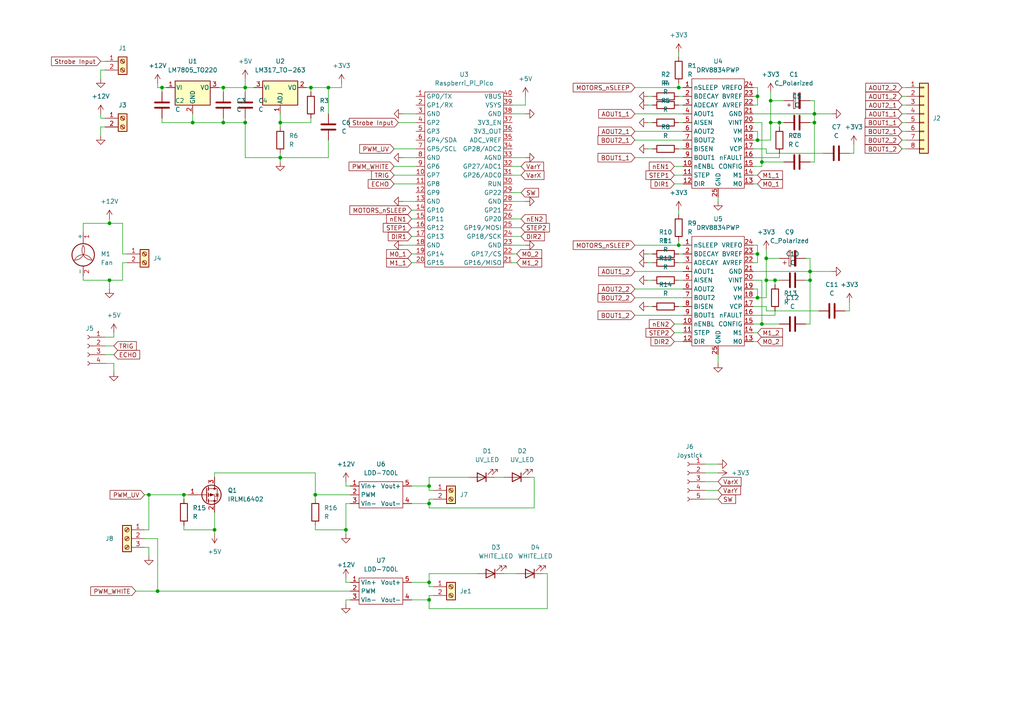
<source format=kicad_sch>
(kicad_sch (version 20211123) (generator eeschema)
  (paper "A4")
  (lib_symbols
    (symbol "Connector:Conn_01x04_Female" (pin_names (offset 1.016) hide)
      (property "Reference" "J" (at 0 5.08 0))
      (property "Value" "Conn_01x04_Female" (at 0 -7.62 0))
      (symbol "Conn_01x04_Female_1_1"
        (pin passive line (at -5.08 2.54 0) (length 3.81) (name "Pin_1") (number "1"))
        (pin passive line (at -5.08 0 0) (length 3.81) (name "Pin_2") (number "2"))
        (pin passive line (at -5.08 -2.54 0) (length 3.81) (name "Pin_3") (number "3"))
        (pin passive line (at -5.08 -5.08 0) (length 3.81) (name "Pin_4") (number "4"))
      )
    )
    (symbol "Connector:Conn_01x05_Female" (pin_names (offset 1.016) hide)
      (property "Reference" "J" (at 0 7.62 0))
      (property "Value" "Conn_01x05_Female" (at 0 -7.62 0))
      (symbol "Conn_01x05_Female_1_1"
        (pin passive line (at -5.08 5.08 0) (length 3.81) (name "Pin_1") (number "1"))
        (pin passive line (at -5.08 2.54 0) (length 3.81) (name "Pin_2") (number "2"))
        (pin passive line (at -5.08 0 0) (length 3.81) (name "Pin_3") (number "3"))
        (pin passive line (at -5.08 -2.54 0) (length 3.81) (name "Pin_4") (number "4"))
        (pin passive line (at -5.08 -5.08 0) (length 3.81) (name "Pin_5") (number "5"))
      )
    )
    (symbol "Connector:Screw_Terminal_01x02" (pin_names (offset 1.016) hide)
      (property "Reference" "J" (at 0 2.54 0))
      (property "Value" "Screw_Terminal_01x02" (at 0 -5.08 0))
      (symbol "Screw_Terminal_01x02_1_1"
        (pin passive line (at -5.08 0 0) (length 3.81) (name "Pin_1") (number "1"))
        (pin passive line (at -5.08 -2.54 0) (length 3.81) (name "Pin_2") (number "2"))
      )
    )
    (symbol "Connector:Screw_Terminal_01x03" (pin_names (offset 1.016) hide)
      (property "Reference" "J" (at 0 5.08 0))
      (property "Value" "Screw_Terminal_01x03" (at 0 -5.08 0))
      (symbol "Screw_Terminal_01x03_1_1"
        (pin passive line (at -5.08 2.54 0) (length 3.81) (name "Pin_1") (number "1"))
        (pin passive line (at -5.08 0 0) (length 3.81) (name "Pin_2") (number "2"))
        (pin passive line (at -5.08 -2.54 0) (length 3.81) (name "Pin_3") (number "3"))
      )
    )
    (symbol "Connector_Generic:Conn_01x08" (pin_names (offset 1.016) hide)
      (property "Reference" "J" (at 0 10.16 0))
      (property "Value" "Conn_01x08" (at 0 -12.7 0))
      (symbol "Conn_01x08_1_1"
        (pin passive line (at -5.08 7.62 0) (length 3.81) (name "Pin_1") (number "1"))
        (pin passive line (at -5.08 5.08 0) (length 3.81) (name "Pin_2") (number "2"))
        (pin passive line (at -5.08 2.54 0) (length 3.81) (name "Pin_3") (number "3"))
        (pin passive line (at -5.08 0 0) (length 3.81) (name "Pin_4") (number "4"))
        (pin passive line (at -5.08 -2.54 0) (length 3.81) (name "Pin_5") (number "5"))
        (pin passive line (at -5.08 -5.08 0) (length 3.81) (name "Pin_6") (number "6"))
        (pin passive line (at -5.08 -7.62 0) (length 3.81) (name "Pin_7") (number "7"))
        (pin passive line (at -5.08 -10.16 0) (length 3.81) (name "Pin_8") (number "8"))
      )
    )
    (symbol "Device:C" (pin_numbers hide) (pin_names (offset 0.254))
      (property "Reference" "C" (at 0.635 2.54 0))
      (property "Value" "C" (at 0.635 -2.54 0))
      (symbol "C_1_1"
        (pin passive line (at 0 3.81 270) (length 2.794) (name "~") (number "1"))
        (pin passive line (at 0 -3.81 90) (length 2.794) (name "~") (number "2"))
      )
    )
    (symbol "Device:C_Polarized" (pin_numbers hide) (pin_names (offset 0.254))
      (property "Reference" "C" (at 0.635 2.54 0))
      (property "Value" "C_Polarized" (at 0.635 -2.54 0))
      (symbol "C_Polarized_1_1"
        (pin passive line (at 0 3.81 270) (length 2.794) (name "~") (number "1"))
        (pin passive line (at 0 -3.81 90) (length 2.794) (name "~") (number "2"))
      )
    )
    (symbol "Device:LED" (pin_numbers hide) (pin_names (offset 1.016) hide)
      (property "Reference" "D" (at 0 2.54 0))
      (property "Value" "LED" (at 0 -2.54 0))
      (symbol "LED_1_1"
        (pin passive line (at -3.81 0 0) (length 2.54) (name "K") (number "1"))
        (pin passive line (at 3.81 0 180) (length 2.54) (name "A") (number "2"))
      )
    )
    (symbol "Device:R" (pin_numbers hide) (pin_names (offset 0))
      (property "Reference" "R" (at 2.032 0 90))
      (property "Value" "R" (at 0 0 90))
      (symbol "R_1_1"
        (pin passive line (at 0 3.81 270) (length 1.27) (name "~") (number "1"))
        (pin passive line (at 0 -3.81 90) (length 1.27) (name "~") (number "2"))
      )
    )
    (symbol "Motor:Fan" (pin_names (offset 0))
      (property "Reference" "M" (at 2.54 5.08 0))
      (property "Value" "Fan" (at 2.54 -2.54 0))
      (symbol "Fan_1_1"
        (pin passive line (at 0 7.62 270) (length 2.54) (name "+") (number "1"))
        (pin passive line (at 0 -5.08 90) (length 2.54) (name "-") (number "2"))
      )
    )
    (symbol "Regulator_Linear:LM317_TO-263" (pin_names (offset 0.254))
      (property "Reference" "U" (at -3.81 3.175 0))
      (property "Value" "LM317_TO-263" (at 0 3.175 0))
      (symbol "LM317_TO-263_1_1"
        (pin input line (at 0 -7.62 90) (length 2.54) (name "ADJ") (number "1"))
        (pin power_out line (at 7.62 0 180) (length 2.54) (name "VO") (number "2"))
        (pin power_in line (at -7.62 0 0) (length 2.54) (name "VI") (number "3"))
      )
    )
    (symbol "Regulator_Linear:LM7805_TO220" (pin_names (offset 0.254))
      (property "Reference" "U" (at -3.81 3.175 0))
      (property "Value" "LM7805_TO220" (at 0 3.175 0))
      (symbol "LM7805_TO220_1_1"
        (pin power_in line (at -7.62 0 0) (length 2.54) (name "VI") (number "1"))
        (pin power_in line (at 0 -7.62 90) (length 2.54) (name "GND") (number "2"))
        (pin power_out line (at 7.62 0 180) (length 2.54) (name "VO") (number "3"))
      )
    )
    (symbol "Shield_Emergent:DRV8834PWP"
      (property "Reference" "U" (at 0 17.78 0))
      (property "Value" "DRV8834PWP" (at 0 20.32 0))
      (symbol "DRV8834PWP_1_1"
        (pin bidirectional line (at -10.16 13.97 0) (length 2.54) (name "nSLEEP") (number "1"))
        (pin bidirectional line (at -10.16 -8.89 0) (length 2.54) (name "nENBL") (number "10"))
        (pin bidirectional line (at -10.16 -11.43 0) (length 2.54) (name "STEP") (number "11"))
        (pin bidirectional line (at -10.16 -13.97 0) (length 2.54) (name "DIR") (number "12"))
        (pin bidirectional line (at 10.16 -13.97 180) (length 2.54) (name "M0") (number "13"))
        (pin bidirectional line (at 10.16 -11.43 180) (length 2.54) (name "M1") (number "14"))
        (pin bidirectional line (at 10.16 -8.89 180) (length 2.54) (name "CONFIG") (number "15"))
        (pin open_collector line (at 10.16 -6.35 180) (length 2.54) (name "nFAULT") (number "16"))
        (pin bidirectional line (at 10.16 -3.81 180) (length 2.54) (name "VCP") (number "17"))
        (pin bidirectional line (at 10.16 -1.27 180) (length 2.54) (name "VM") (number "18"))
        (pin bidirectional line (at 10.16 1.27 180) (length 2.54) (name "VM") (number "19"))
        (pin bidirectional line (at -10.16 11.43 0) (length 2.54) (name "BDECAY") (number "2"))
        (pin bidirectional line (at 10.16 3.81 180) (length 2.54) (name "VINT") (number "20"))
        (pin bidirectional line (at 10.16 6.35 180) (length 2.54) (name "GND") (number "21"))
        (pin bidirectional line (at 10.16 8.89 180) (length 2.54) (name "AVREF") (number "22"))
        (pin bidirectional line (at 10.16 11.43 180) (length 2.54) (name "BVREF") (number "23"))
        (pin bidirectional line (at 10.16 13.97 180) (length 2.54) (name "VREFO") (number "24"))
        (pin power_in line (at 0 -17.78 90) (length 2.54) (name "GND") (number "25"))
        (pin bidirectional line (at -10.16 8.89 0) (length 2.54) (name "ADECAY") (number "3"))
        (pin bidirectional line (at -10.16 6.35 0) (length 2.54) (name "AOUT1") (number "4"))
        (pin bidirectional line (at -10.16 3.81 0) (length 2.54) (name "AISEN") (number "5"))
        (pin bidirectional line (at -10.16 1.27 0) (length 2.54) (name "AOUT2") (number "6"))
        (pin bidirectional line (at -10.16 -1.27 0) (length 2.54) (name "BOUT2") (number "7"))
        (pin bidirectional line (at -10.16 -3.81 0) (length 2.54) (name "BISEN") (number "8"))
        (pin bidirectional line (at -10.16 -6.35 0) (length 2.54) (name "BOUT1") (number "9"))
      )
    )
    (symbol "Shield_Emergent:LDD-700L"
      (property "Reference" "U" (at 0 5.08 0))
      (property "Value" "LDD-700L" (at 0 7.62 0))
      (symbol "LDD-700L_1_1"
        (pin input line (at -8.89 2.54 0) (length 2.54) (name "Vin+") (number "1"))
        (pin input line (at -8.89 0 0) (length 2.54) (name "PWM") (number "2"))
        (pin input line (at -8.89 -2.54 0) (length 2.54) (name "Vin-") (number "3"))
        (pin input line (at 8.89 -2.54 180) (length 2.54) (name "Vout-") (number "4"))
        (pin input line (at 8.89 2.54 180) (length 2.54) (name "Vout+") (number "5"))
      )
    )
    (symbol "Shield_Emergent:Raspberri_Pi_Pico"
      (property "Reference" "U" (at 0 13.97 0))
      (property "Value" "Raspberri_Pi_Pico" (at 0 16.51 0))
      (symbol "Raspberri_Pi_Pico_1_1"
        (pin output line (at -13.97 11.43 0) (length 2.54) (name "GP0/TX") (number "1"))
        (pin bidirectional line (at -13.97 -11.43 0) (length 2.54) (name "GP7") (number "10"))
        (pin bidirectional line (at -13.97 -13.97 0) (length 2.54) (name "GP8") (number "11"))
        (pin bidirectional line (at -13.97 -16.51 0) (length 2.54) (name "GP9") (number "12"))
        (pin power_in line (at -13.97 -19.05 0) (length 2.54) (name "GND") (number "13"))
        (pin bidirectional line (at -13.97 -21.59 0) (length 2.54) (name "GP10") (number "14"))
        (pin bidirectional line (at -13.97 -24.13 0) (length 2.54) (name "GP11") (number "15"))
        (pin bidirectional line (at -13.97 -26.67 0) (length 2.54) (name "GP12") (number "16"))
        (pin bidirectional line (at -13.97 -29.21 0) (length 2.54) (name "GP13") (number "17"))
        (pin power_in line (at -13.97 -31.75 0) (length 2.54) (name "GND") (number "18"))
        (pin bidirectional line (at -13.97 -34.29 0) (length 2.54) (name "GP14") (number "19"))
        (pin input line (at -13.97 8.89 0) (length 2.54) (name "GP1/RX") (number "2"))
        (pin bidirectional line (at -13.97 -36.83 0) (length 2.54) (name "GP15") (number "20"))
        (pin input line (at 13.97 -36.83 180) (length 2.54) (name "GP16/MISO") (number "21"))
        (pin output line (at 13.97 -34.29 180) (length 2.54) (name "GP17/CS") (number "22"))
        (pin power_in line (at 13.97 -31.75 180) (length 2.54) (name "GND") (number "23"))
        (pin bidirectional line (at 13.97 -29.21 180) (length 2.54) (name "GP18/SCK") (number "24"))
        (pin bidirectional line (at 13.97 -26.67 180) (length 2.54) (name "GP19/MOSI") (number "25"))
        (pin bidirectional line (at 13.97 -24.13 180) (length 2.54) (name "GP20") (number "26"))
        (pin bidirectional line (at 13.97 -21.59 180) (length 2.54) (name "GP21") (number "27"))
        (pin power_in line (at 13.97 -19.05 180) (length 2.54) (name "GND") (number "28"))
        (pin bidirectional line (at 13.97 -16.51 180) (length 2.54) (name "GP22") (number "29"))
        (pin power_in line (at -13.97 6.35 0) (length 2.54) (name "GND") (number "3"))
        (pin bidirectional line (at 13.97 -13.97 180) (length 2.54) (name "RUN") (number "30"))
        (pin input line (at 13.97 -11.43 180) (length 2.54) (name "GP26/ADC0") (number "31"))
        (pin input line (at 13.97 -8.89 180) (length 2.54) (name "GP27/ADC1") (number "32"))
        (pin power_in line (at 13.97 -6.35 180) (length 2.54) (name "AGND") (number "33"))
        (pin input line (at 13.97 -3.81 180) (length 2.54) (name "GP28/ADC2") (number "34"))
        (pin input line (at 13.97 -1.27 180) (length 2.54) (name "ADC_VREF") (number "35"))
        (pin power_out line (at 13.97 1.27 180) (length 2.54) (name "3V3_OUT") (number "36"))
        (pin input line (at 13.97 3.81 180) (length 2.54) (name "3V3_EN") (number "37"))
        (pin power_in line (at 13.97 6.35 180) (length 2.54) (name "GND") (number "38"))
        (pin power_in line (at 13.97 8.89 180) (length 2.54) (name "VSYS") (number "39"))
        (pin bidirectional line (at -13.97 3.81 0) (length 2.54) (name "GP2") (number "4"))
        (pin power_in line (at 13.97 11.43 180) (length 2.54) (name "VBUS") (number "40"))
        (pin bidirectional line (at -13.97 1.27 0) (length 2.54) (name "GP3") (number "5"))
        (pin bidirectional line (at -13.97 -1.27 0) (length 2.54) (name "GP4/SDA") (number "6"))
        (pin bidirectional line (at -13.97 -3.81 0) (length 2.54) (name "GP5/SCL") (number "7"))
        (pin power_in line (at -13.97 -6.35 0) (length 2.54) (name "GND") (number "8"))
        (pin bidirectional line (at -13.97 -8.89 0) (length 2.54) (name "GP6") (number "9"))
      )
    )
    (symbol "Transistor_FET:IRLML6402" (pin_names hide)
      (property "Reference" "Q" (at 5.08 1.905 0))
      (property "Value" "IRLML6402" (at 5.08 0 0))
      (symbol "IRLML6402_1_1"
        (pin input line (at -5.08 0 0) (length 2.54) (name "G") (number "1"))
        (pin passive line (at 2.54 -5.08 90) (length 2.54) (name "S") (number "2"))
        (pin passive line (at 2.54 5.08 270) (length 2.54) (name "D") (number "3"))
      )
    )
    (symbol "power:+12V" (power) (pin_names (offset 0))
      (property "Value" "+12V" (at 0 3.556 0))
      (symbol "+12V_1_1"
        (pin power_in line (at 0 0 90) (length 0) hide (name "+12V") (number "1"))
      )
    )
    (symbol "power:+3.3V" (power) (pin_names (offset 0))
      (property "Value" "+3.3V" (at 0 3.556 0))
      (symbol "+3.3V_1_1"
        (pin power_in line (at 0 0 90) (length 0) hide (name "+3V3") (number "1"))
      )
    )
    (symbol "power:+5V" (power) (pin_names (offset 0))
      (property "Value" "+5V" (at 0 3.556 0))
      (symbol "+5V_1_1"
        (pin power_in line (at 0 0 90) (length 0) hide (name "+5V") (number "1"))
      )
    )
    (symbol "power:GND" (power) (pin_names (offset 0))
      (property "Value" "GND" (at 0 -3.81 0))
      (symbol "GND_1_1"
        (pin power_in line (at 0 0 270) (length 0) hide (name "GND") (number "1"))
      )
    )
  )
  (junction (at 224.79 81.28))
  (junction (at 124.46 140.97))
  (junction (at 46.99 25.4))
  (junction (at 222.25 74.93))
  (junction (at 234.95 81.28))
  (junction (at 219.71 40.64))
  (junction (at 55.88 35.56))
  (junction (at 62.23 153.67))
  (junction (at 220.98 93.98))
  (junction (at 223.52 35.56))
  (junction (at 234.95 78.74))
  (junction (at 219.71 73.66))
  (junction (at 64.77 25.4))
  (junction (at 64.77 35.56))
  (junction (at 81.28 45.72))
  (junction (at 219.71 86.36))
  (junction (at 222.25 81.28))
  (junction (at 91.44 143.51))
  (junction (at 71.12 25.4))
  (junction (at 45.72 171.45))
  (junction (at 31.75 81.28))
  (junction (at 223.52 29.21))
  (junction (at 236.22 35.56))
  (junction (at 124.46 146.05))
  (junction (at 53.34 143.51))
  (junction (at 219.71 27.94))
  (junction (at 95.25 25.4))
  (junction (at 226.06 35.56))
  (junction (at 90.17 25.4))
  (junction (at 196.85 25.4))
  (junction (at 71.12 35.56))
  (junction (at 196.85 71.12))
  (junction (at 43.18 143.51))
  (junction (at 31.75 64.77))
  (junction (at 124.46 168.91))
  (junction (at 236.22 33.02))
  (junction (at 81.28 35.56))
  (junction (at 100.33 153.67))
  (junction (at 124.46 173.99))
  (junction (at 220.98 46.99))
  (wire (pts (xy 148.59 33.02) (xy 152.4 33.02)))
  (wire (pts (xy 218.44 88.9) (xy 222.25 88.9)))
  (wire (pts (xy 114.3 43.18) (xy 120.65 43.18)))
  (wire (pts (xy 219.71 38.1) (xy 219.71 40.64)))
  (wire (pts (xy 24.13 81.28) (xy 31.75 81.28)))
  (wire (pts (xy 218.44 30.48) (xy 219.71 30.48)))
  (wire (pts (xy 220.98 48.26) (xy 218.44 48.26)))
  (wire (pts (xy 119.38 76.2) (xy 120.65 76.2)))
  (wire (pts (xy 224.79 81.28) (xy 226.06 81.28)))
  (wire (pts (xy 124.46 173.99) (xy 124.46 176.53)))
  (wire (pts (xy 124.46 166.37) (xy 138.43 166.37)))
  (wire (pts (xy 223.52 26.67) (xy 223.52 29.21)))
  (wire (pts (xy 71.12 34.29) (xy 71.12 35.56)))
  (wire (pts (xy 55.88 35.56) (xy 64.77 35.56)))
  (wire (pts (xy 187.96 81.28) (xy 189.23 81.28)))
  (wire (pts (xy 95.25 45.72) (xy 81.28 45.72)))
  (wire (pts (xy 151.13 63.5) (xy 148.59 63.5)))
  (wire (pts (xy 90.17 25.4) (xy 90.17 26.67)))
  (wire (pts (xy 234.95 78.74) (xy 241.3 78.74)))
  (wire (pts (xy 218.44 25.4) (xy 219.71 25.4)))
  (wire (pts (xy 119.38 63.5) (xy 120.65 63.5)))
  (wire (pts (xy 64.77 25.4) (xy 71.12 25.4)))
  (wire (pts (xy 261.62 40.64) (xy 262.89 40.64)))
  (wire (pts (xy 196.85 35.56) (xy 198.12 35.56)))
  (wire (pts (xy 218.44 78.74) (xy 234.95 78.74)))
  (wire (pts (xy 119.38 168.91) (xy 124.46 168.91)))
  (wire (pts (xy 151.13 66.04) (xy 148.59 66.04)))
  (wire (pts (xy 148.59 30.48) (xy 152.4 30.48)))
  (wire (pts (xy 218.44 96.52) (xy 219.71 96.52)))
  (wire (pts (xy 208.28 102.87) (xy 208.28 105.41)))
  (wire (pts (xy 218.44 43.18) (xy 222.25 43.18)))
  (wire (pts (xy 261.62 25.4) (xy 262.89 25.4)))
  (wire (pts (xy 236.22 33.02) (xy 241.3 33.02)))
  (wire (pts (xy 31.75 63.5) (xy 31.75 64.77)))
  (wire (pts (xy 124.46 146.05) (xy 124.46 144.78)))
  (wire (pts (xy 222.25 74.93) (xy 226.06 74.93)))
  (wire (pts (xy 196.85 73.66) (xy 198.12 73.66)))
  (wire (pts (xy 124.46 168.91) (xy 124.46 170.18)))
  (wire (pts (xy 148.59 55.88) (xy 151.13 55.88)))
  (wire (pts (xy 29.21 20.32) (xy 29.21 22.86)))
  (wire (pts (xy 196.85 88.9) (xy 198.12 88.9)))
  (wire (pts (xy 95.25 25.4) (xy 90.17 25.4)))
  (wire (pts (xy 218.44 83.82) (xy 219.71 83.82)))
  (wire (pts (xy 196.85 25.4) (xy 198.12 25.4)))
  (wire (pts (xy 55.88 33.02) (xy 55.88 35.56)))
  (wire (pts (xy 196.85 71.12) (xy 198.12 71.12)))
  (wire (pts (xy 222.25 72.39) (xy 222.25 74.93)))
  (wire (pts (xy 236.22 46.99) (xy 236.22 35.56)))
  (wire (pts (xy 81.28 33.02) (xy 81.28 35.56)))
  (wire (pts (xy 124.46 170.18) (xy 125.73 170.18)))
  (wire (pts (xy 62.23 137.16) (xy 91.44 137.16)))
  (wire (pts (xy 184.15 71.12) (xy 196.85 71.12)))
  (wire (pts (xy 223.52 29.21) (xy 223.52 35.56)))
  (wire (pts (xy 29.21 33.02) (xy 29.21 34.29)))
  (wire (pts (xy 236.22 29.21) (xy 236.22 33.02)))
  (wire (pts (xy 158.75 166.37) (xy 158.75 176.53)))
  (wire (pts (xy 222.25 90.17) (xy 222.25 88.9)))
  (wire (pts (xy 116.84 45.72) (xy 120.65 45.72)))
  (wire (pts (xy 148.59 45.72) (xy 152.4 45.72)))
  (wire (pts (xy 184.15 91.44) (xy 198.12 91.44)))
  (wire (pts (xy 204.47 137.16) (xy 208.28 137.16)))
  (wire (pts (xy 100.33 153.67) (xy 100.33 154.94)))
  (wire (pts (xy 261.62 30.48) (xy 262.89 30.48)))
  (wire (pts (xy 187.96 76.2) (xy 189.23 76.2)))
  (wire (pts (xy 119.38 60.96) (xy 120.65 60.96)))
  (wire (pts (xy 30.48 20.32) (xy 29.21 20.32)))
  (wire (pts (xy 219.71 83.82) (xy 219.71 86.36)))
  (wire (pts (xy 218.44 33.02) (xy 236.22 33.02)))
  (wire (pts (xy 226.06 36.83) (xy 226.06 35.56)))
  (wire (pts (xy 115.57 35.56) (xy 120.65 35.56)))
  (wire (pts (xy 62.23 153.67) (xy 62.23 154.94)))
  (wire (pts (xy 91.44 143.51) (xy 91.44 144.78)))
  (wire (pts (xy 125.73 172.72) (xy 124.46 172.72)))
  (wire (pts (xy 30.48 17.78) (xy 29.21 17.78)))
  (wire (pts (xy 124.46 172.72) (xy 124.46 173.99)))
  (wire (pts (xy 220.98 46.99) (xy 227.33 46.99)))
  (wire (pts (xy 218.44 73.66) (xy 219.71 73.66)))
  (wire (pts (xy 187.96 30.48) (xy 189.23 30.48)))
  (wire (pts (xy 247.65 44.45) (xy 246.38 44.45)))
  (wire (pts (xy 226.06 45.72) (xy 218.44 45.72)))
  (wire (pts (xy 146.05 166.37) (xy 149.86 166.37)))
  (wire (pts (xy 196.85 24.13) (xy 196.85 25.4)))
  (wire (pts (xy 99.06 24.13) (xy 99.06 25.4)))
  (wire (pts (xy 204.47 144.78) (xy 208.28 144.78)))
  (wire (pts (xy 234.95 81.28) (xy 234.95 78.74)))
  (wire (pts (xy 196.85 69.85) (xy 196.85 71.12)))
  (wire (pts (xy 234.95 46.99) (xy 236.22 46.99)))
  (wire (pts (xy 236.22 35.56) (xy 236.22 33.02)))
  (wire (pts (xy 30.48 36.83) (xy 29.21 36.83)))
  (wire (pts (xy 33.02 105.41) (xy 33.02 107.95)))
  (wire (pts (xy 71.12 25.4) (xy 71.12 26.67)))
  (wire (pts (xy 218.44 81.28) (xy 220.98 81.28)))
  (wire (pts (xy 187.96 73.66) (xy 189.23 73.66)))
  (wire (pts (xy 39.37 171.45) (xy 45.72 171.45)))
  (wire (pts (xy 219.71 86.36) (xy 222.25 86.36)))
  (wire (pts (xy 148.59 50.8) (xy 151.13 50.8)))
  (wire (pts (xy 196.85 15.24) (xy 196.85 16.51)))
  (wire (pts (xy 148.59 58.42) (xy 152.4 58.42)))
  (wire (pts (xy 261.62 35.56) (xy 262.89 35.56)))
  (wire (pts (xy 101.6 173.99) (xy 100.33 173.99)))
  (wire (pts (xy 62.23 138.43) (xy 62.23 137.16)))
  (wire (pts (xy 196.85 43.18) (xy 198.12 43.18)))
  (wire (pts (xy 261.62 38.1) (xy 262.89 38.1)))
  (wire (pts (xy 143.51 138.43) (xy 146.05 138.43)))
  (wire (pts (xy 218.44 76.2) (xy 219.71 76.2)))
  (wire (pts (xy 101.6 168.91) (xy 100.33 168.91)))
  (wire (pts (xy 224.79 91.44) (xy 218.44 91.44)))
  (wire (pts (xy 222.25 44.45) (xy 238.76 44.45)))
  (wire (pts (xy 119.38 173.99) (xy 124.46 173.99)))
  (wire (pts (xy 116.84 58.42) (xy 120.65 58.42)))
  (wire (pts (xy 53.34 143.51) (xy 53.34 144.78)))
  (wire (pts (xy 219.71 40.64) (xy 218.44 40.64)))
  (wire (pts (xy 246.38 87.63) (xy 246.38 90.17)))
  (wire (pts (xy 30.48 105.41) (xy 33.02 105.41)))
  (wire (pts (xy 119.38 73.66) (xy 120.65 73.66)))
  (wire (pts (xy 119.38 66.04) (xy 120.65 66.04)))
  (wire (pts (xy 36.83 76.2) (xy 35.56 76.2)))
  (wire (pts (xy 219.71 25.4) (xy 219.71 27.94)))
  (wire (pts (xy 222.25 81.28) (xy 224.79 81.28)))
  (wire (pts (xy 195.58 96.52) (xy 198.12 96.52)))
  (wire (pts (xy 116.84 71.12) (xy 120.65 71.12)))
  (wire (pts (xy 184.15 83.82) (xy 198.12 83.82)))
  (wire (pts (xy 45.72 25.4) (xy 46.99 25.4)))
  (wire (pts (xy 100.33 173.99) (xy 100.33 175.26)))
  (wire (pts (xy 91.44 153.67) (xy 100.33 153.67)))
  (wire (pts (xy 196.85 60.96) (xy 196.85 62.23)))
  (wire (pts (xy 195.58 93.98) (xy 198.12 93.98)))
  (wire (pts (xy 218.44 53.34) (xy 219.71 53.34)))
  (wire (pts (xy 218.44 35.56) (xy 220.98 35.56)))
  (wire (pts (xy 95.25 40.64) (xy 95.25 45.72)))
  (wire (pts (xy 46.99 35.56) (xy 55.88 35.56)))
  (wire (pts (xy 233.68 74.93) (xy 234.95 74.93)))
  (wire (pts (xy 196.85 30.48) (xy 198.12 30.48)))
  (wire (pts (xy 223.52 40.64) (xy 219.71 40.64)))
  (wire (pts (xy 43.18 143.51) (xy 53.34 143.51)))
  (wire (pts (xy 29.21 36.83) (xy 29.21 39.37)))
  (wire (pts (xy 81.28 44.45) (xy 81.28 45.72)))
  (wire (pts (xy 196.85 81.28) (xy 198.12 81.28)))
  (wire (pts (xy 45.72 156.21) (xy 45.72 171.45)))
  (wire (pts (xy 219.71 27.94) (xy 219.71 30.48)))
  (wire (pts (xy 116.84 33.02) (xy 120.65 33.02)))
  (wire (pts (xy 151.13 68.58) (xy 148.59 68.58)))
  (wire (pts (xy 187.96 35.56) (xy 189.23 35.56)))
  (wire (pts (xy 62.23 148.59) (xy 62.23 153.67)))
  (wire (pts (xy 233.68 81.28) (xy 234.95 81.28)))
  (wire (pts (xy 247.65 41.91) (xy 247.65 44.45)))
  (wire (pts (xy 148.59 71.12) (xy 152.4 71.12)))
  (wire (pts (xy 100.33 139.7) (xy 100.33 140.97)))
  (wire (pts (xy 148.59 76.2) (xy 149.86 76.2)))
  (wire (pts (xy 184.15 38.1) (xy 198.12 38.1)))
  (wire (pts (xy 222.25 90.17) (xy 237.49 90.17)))
  (wire (pts (xy 124.46 146.05) (xy 124.46 147.32)))
  (wire (pts (xy 124.46 138.43) (xy 135.89 138.43)))
  (wire (pts (xy 81.28 46.99) (xy 81.28 45.72)))
  (wire (pts (xy 218.44 38.1) (xy 219.71 38.1)))
  (wire (pts (xy 148.59 73.66) (xy 149.86 73.66)))
  (wire (pts (xy 43.18 158.75) (xy 43.18 161.29)))
  (wire (pts (xy 219.71 71.12) (xy 219.71 73.66)))
  (wire (pts (xy 64.77 25.4) (xy 64.77 26.67)))
  (wire (pts (xy 119.38 146.05) (xy 124.46 146.05)))
  (wire (pts (xy 220.98 93.98) (xy 226.06 93.98)))
  (wire (pts (xy 224.79 82.55) (xy 224.79 81.28)))
  (wire (pts (xy 234.95 93.98) (xy 234.95 81.28)))
  (wire (pts (xy 184.15 40.64) (xy 198.12 40.64)))
  (wire (pts (xy 234.95 35.56) (xy 236.22 35.56)))
  (wire (pts (xy 71.12 25.4) (xy 71.12 22.86)))
  (wire (pts (xy 184.15 45.72) (xy 198.12 45.72)))
  (wire (pts (xy 124.46 142.24) (xy 125.73 142.24)))
  (wire (pts (xy 187.96 43.18) (xy 189.23 43.18)))
  (wire (pts (xy 31.75 81.28) (xy 35.56 81.28)))
  (wire (pts (xy 184.15 86.36) (xy 198.12 86.36)))
  (wire (pts (xy 222.25 74.93) (xy 222.25 81.28)))
  (wire (pts (xy 31.75 64.77) (xy 35.56 64.77)))
  (wire (pts (xy 218.44 71.12) (xy 219.71 71.12)))
  (wire (pts (xy 91.44 152.4) (xy 91.44 153.67)))
  (wire (pts (xy 154.94 138.43) (xy 154.94 147.32)))
  (wire (pts (xy 71.12 35.56) (xy 71.12 45.72)))
  (wire (pts (xy 223.52 29.21) (xy 227.33 29.21)))
  (wire (pts (xy 45.72 171.45) (xy 101.6 171.45)))
  (wire (pts (xy 224.79 90.17) (xy 224.79 91.44)))
  (wire (pts (xy 71.12 45.72) (xy 81.28 45.72)))
  (wire (pts (xy 99.06 25.4) (xy 95.25 25.4)))
  (wire (pts (xy 196.85 27.94) (xy 198.12 27.94)))
  (wire (pts (xy 124.46 144.78) (xy 125.73 144.78)))
  (wire (pts (xy 220.98 81.28) (xy 220.98 93.98)))
  (wire (pts (xy 90.17 35.56) (xy 81.28 35.56)))
  (wire (pts (xy 46.99 26.67) (xy 46.99 25.4)))
  (wire (pts (xy 73.66 25.4) (xy 71.12 25.4)))
  (wire (pts (xy 95.25 33.02) (xy 95.25 25.4)))
  (wire (pts (xy 90.17 34.29) (xy 90.17 35.56)))
  (wire (pts (xy 148.59 48.26) (xy 151.13 48.26)))
  (wire (pts (xy 218.44 93.98) (xy 220.98 93.98)))
  (wire (pts (xy 33.02 97.79) (xy 30.48 97.79)))
  (wire (pts (xy 30.48 34.29) (xy 29.21 34.29)))
  (wire (pts (xy 100.33 140.97) (xy 101.6 140.97)))
  (wire (pts (xy 226.06 44.45) (xy 226.06 45.72)))
  (wire (pts (xy 24.13 80.01) (xy 24.13 81.28)))
  (wire (pts (xy 124.46 166.37) (xy 124.46 168.91)))
  (wire (pts (xy 24.13 64.77) (xy 31.75 64.77)))
  (wire (pts (xy 53.34 153.67) (xy 62.23 153.67)))
  (wire (pts (xy 100.33 167.64) (xy 100.33 168.91)))
  (wire (pts (xy 30.48 102.87) (xy 33.02 102.87)))
  (wire (pts (xy 53.34 143.51) (xy 54.61 143.51)))
  (wire (pts (xy 24.13 67.31) (xy 24.13 64.77)))
  (wire (pts (xy 157.48 166.37) (xy 158.75 166.37)))
  (wire (pts (xy 81.28 35.56) (xy 81.28 36.83)))
  (wire (pts (xy 184.15 33.02) (xy 198.12 33.02)))
  (wire (pts (xy 114.3 50.8) (xy 120.65 50.8)))
  (wire (pts (xy 196.85 76.2) (xy 198.12 76.2)))
  (wire (pts (xy 91.44 143.51) (xy 101.6 143.51)))
  (wire (pts (xy 101.6 146.05) (xy 100.33 146.05)))
  (wire (pts (xy 64.77 35.56) (xy 71.12 35.56)))
  (wire (pts (xy 195.58 48.26) (xy 198.12 48.26)))
  (wire (pts (xy 218.44 86.36) (xy 219.71 86.36)))
  (wire (pts (xy 45.72 24.13) (xy 45.72 25.4)))
  (wire (pts (xy 88.9 25.4) (xy 90.17 25.4)))
  (wire (pts (xy 41.91 158.75) (xy 43.18 158.75)))
  (wire (pts (xy 36.83 73.66) (xy 35.56 73.66)))
  (wire (pts (xy 100.33 146.05) (xy 100.33 153.67)))
  (wire (pts (xy 46.99 34.29) (xy 46.99 35.56)))
  (wire (pts (xy 153.67 138.43) (xy 154.94 138.43)))
  (wire (pts (xy 218.44 99.06) (xy 219.71 99.06)))
  (wire (pts (xy 184.15 78.74) (xy 198.12 78.74)))
  (wire (pts (xy 204.47 142.24) (xy 208.28 142.24)))
  (wire (pts (xy 114.3 48.26) (xy 120.65 48.26)))
  (wire (pts (xy 41.91 153.67) (xy 43.18 153.67)))
  (wire (pts (xy 223.52 35.56) (xy 226.06 35.56)))
  (wire (pts (xy 119.38 68.58) (xy 120.65 68.58)))
  (wire (pts (xy 35.56 81.28) (xy 35.56 76.2)))
  (wire (pts (xy 43.18 153.67) (xy 43.18 143.51)))
  (wire (pts (xy 35.56 64.77) (xy 35.56 73.66)))
  (wire (pts (xy 187.96 27.94) (xy 189.23 27.94)))
  (wire (pts (xy 46.99 25.4) (xy 48.26 25.4)))
  (wire (pts (xy 158.75 176.53) (xy 124.46 176.53)))
  (wire (pts (xy 234.95 74.93) (xy 234.95 78.74)))
  (wire (pts (xy 124.46 138.43) (xy 124.46 140.97)))
  (wire (pts (xy 124.46 140.97) (xy 124.46 142.24)))
  (wire (pts (xy 195.58 99.06) (xy 198.12 99.06)))
  (wire (pts (xy 218.44 50.8) (xy 219.71 50.8)))
  (wire (pts (xy 33.02 96.52) (xy 33.02 97.79)))
  (wire (pts (xy 184.15 25.4) (xy 196.85 25.4)))
  (wire (pts (xy 222.25 86.36) (xy 222.25 81.28)))
  (wire (pts (xy 246.38 90.17) (xy 245.11 90.17)))
  (wire (pts (xy 91.44 137.16) (xy 91.44 143.51)))
  (wire (pts (xy 220.98 35.56) (xy 220.98 46.99)))
  (wire (pts (xy 204.47 134.62) (xy 208.28 134.62)))
  (wire (pts (xy 261.62 27.94) (xy 262.89 27.94)))
  (wire (pts (xy 119.38 140.97) (xy 124.46 140.97)))
  (wire (pts (xy 222.25 44.45) (xy 222.25 43.18)))
  (wire (pts (xy 204.47 139.7) (xy 208.28 139.7)))
  (wire (pts (xy 64.77 34.29) (xy 64.77 35.56)))
  (wire (pts (xy 41.91 143.51) (xy 43.18 143.51)))
  (wire (pts (xy 195.58 53.34) (xy 198.12 53.34)))
  (wire (pts (xy 219.71 73.66) (xy 219.71 76.2)))
  (wire (pts (xy 195.58 50.8) (xy 198.12 50.8)))
  (wire (pts (xy 233.68 93.98) (xy 234.95 93.98)))
  (wire (pts (xy 208.28 57.15) (xy 208.28 58.42)))
  (wire (pts (xy 261.62 33.02) (xy 262.89 33.02)))
  (wire (pts (xy 41.91 156.21) (xy 45.72 156.21)))
  (wire (pts (xy 220.98 46.99) (xy 220.98 48.26)))
  (wire (pts (xy 234.95 29.21) (xy 236.22 29.21)))
  (wire (pts (xy 223.52 35.56) (xy 223.52 40.64)))
  (wire (pts (xy 187.96 88.9) (xy 189.23 88.9)))
  (wire (pts (xy 154.94 147.32) (xy 124.46 147.32)))
  (wire (pts (xy 30.48 100.33) (xy 33.02 100.33)))
  (wire (pts (xy 227.33 35.56) (xy 226.06 35.56)))
  (wire (pts (xy 114.3 53.34) (xy 120.65 53.34)))
  (wire (pts (xy 63.5 25.4) (xy 64.77 25.4)))
  (wire (pts (xy 152.4 30.48) (xy 152.4 27.94)))
  (wire (pts (xy 261.62 43.18) (xy 262.89 43.18)))
  (wire (pts (xy 53.34 152.4) (xy 53.34 153.67)))
  (wire (pts (xy 31.75 81.28) (xy 31.75 83.82)))
  (wire (pts (xy 218.44 27.94) (xy 219.71 27.94)))
  (global_label "Strobe Input" (shape input) (at 29.21 17.78 180) (property "Intersheet References" "${INTERSHEET_REFS}" (effects hide)))
  (global_label "AOUT2_2" (shape input) (at 261.62 25.4 180) (property "Intersheet References" "${INTERSHEET_REFS}" (effects hide)))
  (global_label "BOUT2_1" (shape input) (at 261.62 38.1 180) (property "Intersheet References" "${INTERSHEET_REFS}" (effects hide)))
  (global_label "M0_1" (shape input) (at 119.38 73.66 180) (property "Intersheet References" "${INTERSHEET_REFS}" (effects hide)))
  (global_label "BOUT1_1" (shape input) (at 184.15 45.72 180) (property "Intersheet References" "${INTERSHEET_REFS}" (effects hide)))
  (global_label "BOUT2_1" (shape input) (at 184.15 40.64 180) (property "Intersheet References" "${INTERSHEET_REFS}" (effects hide)))
  (global_label "AOUT2_1" (shape input) (at 184.15 38.1 180) (property "Intersheet References" "${INTERSHEET_REFS}" (effects hide)))
  (global_label "AOUT1_1" (shape input) (at 261.62 33.02 180) (property "Intersheet References" "${INTERSHEET_REFS}" (effects hide)))
  (global_label "DIR1" (shape input) (at 119.38 68.58 180) (property "Intersheet References" "${INTERSHEET_REFS}" (effects hide)))
  (global_label "TRIG" (shape input) (at 114.3 50.8 180) (property "Intersheet References" "${INTERSHEET_REFS}" (effects hide)))
  (global_label "AOUT1_2" (shape input) (at 184.15 78.74 180) (property "Intersheet References" "${INTERSHEET_REFS}" (effects hide)))
  (global_label "PWM_UV" (shape input) (at 41.91 143.51 180) (property "Intersheet References" "${INTERSHEET_REFS}" (effects hide)))
  (global_label "Strobe Input" (shape input) (at 115.57 35.56 180) (property "Intersheet References" "${INTERSHEET_REFS}" (effects hide)))
  (global_label "ECHO" (shape input) (at 114.3 53.34 180) (property "Intersheet References" "${INTERSHEET_REFS}" (effects hide)))
  (global_label "VarY" (shape input) (at 208.28 142.24 0) (property "Intersheet References" "${INTERSHEET_REFS}" (effects hide)))
  (global_label "STEP1" (shape input) (at 119.38 66.04 180) (property "Intersheet References" "${INTERSHEET_REFS}" (effects hide)))
  (global_label "BOUT1_2" (shape input) (at 184.15 91.44 180) (property "Intersheet References" "${INTERSHEET_REFS}" (effects hide)))
  (global_label "DIR2" (shape input) (at 195.58 99.06 180) (property "Intersheet References" "${INTERSHEET_REFS}" (effects hide)))
  (global_label "nEN2" (shape input) (at 195.58 93.98 180) (property "Intersheet References" "${INTERSHEET_REFS}" (effects hide)))
  (global_label "M0_1" (shape input) (at 219.71 53.34 0) (property "Intersheet References" "${INTERSHEET_REFS}" (effects hide)))
  (global_label "PWM_WHITE" (shape input) (at 39.37 171.45 180) (property "Intersheet References" "${INTERSHEET_REFS}" (effects hide)))
  (global_label "BOUT2_2" (shape input) (at 261.62 40.64 180) (property "Intersheet References" "${INTERSHEET_REFS}" (effects hide)))
  (global_label "VarX" (shape input) (at 151.13 50.8 0) (property "Intersheet References" "${INTERSHEET_REFS}" (effects hide)))
  (global_label "DIR2" (shape input) (at 151.13 68.58 0) (property "Intersheet References" "${INTERSHEET_REFS}" (effects hide)))
  (global_label "M0_2" (shape input) (at 149.86 73.66 0) (property "Intersheet References" "${INTERSHEET_REFS}" (effects hide)))
  (global_label "ECHO" (shape input) (at 33.02 102.87 0) (property "Intersheet References" "${INTERSHEET_REFS}" (effects hide)))
  (global_label "MOTORS_nSLEEP" (shape input) (at 184.15 71.12 180) (property "Intersheet References" "${INTERSHEET_REFS}" (effects hide)))
  (global_label "AOUT2_1" (shape input) (at 261.62 30.48 180) (property "Intersheet References" "${INTERSHEET_REFS}" (effects hide)))
  (global_label "PWM_WHITE" (shape input) (at 114.3 48.26 180) (property "Intersheet References" "${INTERSHEET_REFS}" (effects hide)))
  (global_label "MOTORS_nSLEEP" (shape input) (at 184.15 25.4 180) (property "Intersheet References" "${INTERSHEET_REFS}" (effects hide)))
  (global_label "STEP2" (shape input) (at 151.13 66.04 0) (property "Intersheet References" "${INTERSHEET_REFS}" (effects hide)))
  (global_label "MOTORS_nSLEEP" (shape input) (at 119.38 60.96 180) (property "Intersheet References" "${INTERSHEET_REFS}" (effects hide)))
  (global_label "AOUT1_1" (shape input) (at 184.15 33.02 180) (property "Intersheet References" "${INTERSHEET_REFS}" (effects hide)))
  (global_label "M0_2" (shape input) (at 219.71 99.06 0) (property "Intersheet References" "${INTERSHEET_REFS}" (effects hide)))
  (global_label "AOUT1_2" (shape input) (at 261.62 27.94 180) (property "Intersheet References" "${INTERSHEET_REFS}" (effects hide)))
  (global_label "nEN1" (shape input) (at 119.38 63.5 180) (property "Intersheet References" "${INTERSHEET_REFS}" (effects hide)))
  (global_label "nEN1" (shape input) (at 195.58 48.26 180) (property "Intersheet References" "${INTERSHEET_REFS}" (effects hide)))
  (global_label "M1_2" (shape input) (at 149.86 76.2 0) (property "Intersheet References" "${INTERSHEET_REFS}" (effects hide)))
  (global_label "STEP1" (shape input) (at 195.58 50.8 180) (property "Intersheet References" "${INTERSHEET_REFS}" (effects hide)))
  (global_label "M1_1" (shape input) (at 219.71 50.8 0) (property "Intersheet References" "${INTERSHEET_REFS}" (effects hide)))
  (global_label "M1_2" (shape input) (at 219.71 96.52 0) (property "Intersheet References" "${INTERSHEET_REFS}" (effects hide)))
  (global_label "STEP2" (shape input) (at 195.58 96.52 180) (property "Intersheet References" "${INTERSHEET_REFS}" (effects hide)))
  (global_label "AOUT2_2" (shape input) (at 184.15 83.82 180) (property "Intersheet References" "${INTERSHEET_REFS}" (effects hide)))
  (global_label "BOUT2_2" (shape input) (at 184.15 86.36 180) (property "Intersheet References" "${INTERSHEET_REFS}" (effects hide)))
  (global_label "BOUT1_1" (shape input) (at 261.62 35.56 180) (property "Intersheet References" "${INTERSHEET_REFS}" (effects hide)))
  (global_label "TRIG" (shape input) (at 33.02 100.33 0) (property "Intersheet References" "${INTERSHEET_REFS}" (effects hide)))
  (global_label "BOUT1_2" (shape input) (at 261.62 43.18 180) (property "Intersheet References" "${INTERSHEET_REFS}" (effects hide)))
  (global_label "PWM_UV" (shape input) (at 114.3 43.18 180) (property "Intersheet References" "${INTERSHEET_REFS}" (effects hide)))
  (global_label "SW" (shape input) (at 208.28 144.78 0) (property "Intersheet References" "${INTERSHEET_REFS}" (effects hide)))
  (global_label "VarY" (shape input) (at 151.13 48.26 0) (property "Intersheet References" "${INTERSHEET_REFS}" (effects hide)))
  (global_label "nEN2" (shape input) (at 151.13 63.5 0) (property "Intersheet References" "${INTERSHEET_REFS}" (effects hide)))
  (global_label "SW" (shape input) (at 151.13 55.88 0) (property "Intersheet References" "${INTERSHEET_REFS}" (effects hide)))
  (global_label "VarX" (shape input) (at 208.28 139.7 0) (property "Intersheet References" "${INTERSHEET_REFS}" (effects hide)))
  (global_label "M1_1" (shape input) (at 119.38 76.2 180) (property "Intersheet References" "${INTERSHEET_REFS}" (effects hide)))
  (global_label "DIR1" (shape input) (at 195.58 53.34 180) (property "Intersheet References" "${INTERSHEET_REFS}" (effects hide)))
  (symbol (lib_id "power:GND") (at 187.96 76.2 270) (unit 1)
    (property "Reference" "#PWR030" (effects hide))
    (property "Value" "GND" (effects hide))
  )
  (symbol (lib_id "power:GND") (at 116.84 33.02 270) (unit 1)
    (property "Reference" "#PWR011" (effects hide))
    (property "Value" "GND" (effects hide))
  )
  (symbol (lib_id "power:+12V") (at 31.75 63.5 0) (unit 1)
    (property "Reference" "#PWR025" (effects hide))
    (property "Value" "+12V" (at 31.75 58.42 0))
  )
  (symbol (lib_id "power:+5V") (at 71.12 22.86 0) (unit 1)
    (property "Reference" "#PWR03" (effects hide))
    (property "Value" "+5V" (at 71.12 17.78 0))
  )
  (symbol (lib_id "power:+12V") (at 100.33 167.64 0) (unit 1)
    (property "Reference" "#PWR045" (effects hide))
    (property "Value" "+12V" (at 100.33 163.83 0))
  )
  (symbol (lib_id "power:+5V") (at 33.02 96.52 0) (unit 1)
    (property "Reference" "#PWR0101" (effects hide))
    (property "Value" "+5V" (at 33.02 91.44 0))
  )
  (symbol (lib_id "Device:C_Polarized") (at 231.14 29.21 90) (unit 1)
    (property "Reference" "C1" (at 230.251 21.59 90))
    (property "Value" "C_Polarized" (at 230.251 24.13 90))
    (property "Footprint" "Capacitor_THT:CP_Radial_D6.3mm_P2.50mm" (effects hide))
  )
  (symbol (lib_id "power:GND") (at 116.84 45.72 270) (unit 1)
    (property "Reference" "#PWR018" (effects hide))
    (property "Value" "GND" (effects hide))
  )
  (symbol (lib_id "power:GND") (at 152.4 33.02 90) (unit 1)
    (property "Reference" "#PWR012" (effects hide))
    (property "Value" "GND" (effects hide))
  )
  (symbol (lib_id "Device:C") (at 95.25 36.83 0) (unit 1)
    (property "Reference" "C6" (at 99.06 35.5599 0) (effects (justify left)))
    (property "Value" "C" (at 99.06 38.0999 0) (effects (justify left)))
    (property "Footprint" "Capacitor_SMD:C_0603_1608Metric_Pad1.08x0.95mm_HandSolder" (effects hide))
  )
  (symbol (lib_id "Device:R") (at 193.04 35.56 90) (unit 1)
    (property "Reference" "R5" (at 193.04 29.21 90))
    (property "Value" "R" (at 193.04 31.75 90))
    (property "Footprint" "Resistor_SMD:R_0603_1608Metric_Pad0.98x0.95mm_HandSolder" (effects hide))
  )
  (symbol (lib_id "Device:C") (at 64.77 30.48 0) (unit 1)
    (property "Reference" "C3" (at 68.58 29.2099 0) (effects (justify left)))
    (property "Value" "C" (at 68.58 31.7499 0) (effects (justify left)))
    (property "Footprint" "Capacitor_SMD:C_0603_1608Metric_Pad1.08x0.95mm_HandSolder" (effects hide))
  )
  (symbol (lib_id "Shield_Emergent:Raspberri_Pi_Pico") (at 134.62 39.37 0) (unit 1)
    (property "Reference" "U3" (at 134.62 21.59 0))
    (property "Value" "Raspberri_Pi_Pico" (at 134.62 24.13 0))
    (property "Footprint" "Shield_Emergent:Raspberry Pi Pico" (effects hide))
  )
  (symbol (lib_id "power:GND") (at 152.4 58.42 90) (unit 1)
    (property "Reference" "#PWR022" (effects hide))
    (property "Value" "GND" (effects hide))
  )
  (symbol (lib_id "power:GND") (at 31.75 83.82 0) (unit 1)
    (property "Reference" "#PWR033" (effects hide))
    (property "Value" "GND" (effects hide))
  )
  (symbol (lib_id "power:GND") (at 187.96 43.18 270) (unit 1)
    (property "Reference" "#PWR017" (effects hide))
    (property "Value" "GND" (effects hide))
  )
  (symbol (lib_id "Connector:Screw_Terminal_01x02") (at 35.56 34.29 0) (unit 1)
    (property "Reference" "J3" (at 35.56 30.48 0))
    (property "Value" "Screw_Terminal_01x02" (effects hide))
    (property "Footprint" "Connector_PinSocket_2.54mm:PinSocket_1x02_P2.54mm_Vertical" (effects hide))
  )
  (symbol (lib_id "Regulator_Linear:LM7805_TO220") (at 55.88 25.4 0) (unit 1)
    (property "Reference" "U1" (at 55.88 17.78 0))
    (property "Value" "LM7805_TO220" (at 55.88 20.32 0))
    (property "Footprint" "Package_TO_SOT_THT:TO-220-3_Vertical" (effects hide))
    (property "Datasheet" "https://www.onsemi.cn/PowerSolutions/document/MC7800-D.PDF" (effects hide))
  )
  (symbol (lib_id "Connector:Screw_Terminal_01x02") (at 130.81 142.24 0) (unit 1)
    (property "Reference" "J7" (at 133.35 143.5099 0) (effects (justify left)))
    (property "Value" "Screw_Terminal_01x02" (effects hide))
    (property "Footprint" "Connector_PinSocket_2.54mm:PinSocket_1x02_P2.54mm_Vertical" (effects hide))
  )
  (symbol (lib_id "Connector:Screw_Terminal_01x02") (at 41.91 73.66 0) (unit 1)
    (property "Reference" "J4" (at 44.45 74.9299 0) (effects (justify left)))
    (property "Value" "Screw_Terminal_01x02" (effects hide))
    (property "Footprint" "Connector_PinSocket_2.54mm:PinSocket_1x02_P2.54mm_Vertical" (effects hide))
  )
  (symbol (lib_id "power:GND") (at 100.33 175.26 0) (unit 1)
    (property "Reference" "#PWR046" (effects hide))
    (property "Value" "GND" (effects hide))
  )
  (symbol (lib_id "power:GND") (at 29.21 22.86 0) (unit 1)
    (property "Reference" "#PWR02" (effects hide))
    (property "Value" "GND" (effects hide))
  )
  (symbol (lib_id "Transistor_FET:IRLML6402") (at 59.69 143.51 0) (unit 1)
    (property "Reference" "Q1" (at 66.04 142.2399 0) (effects (justify left)))
    (property "Value" "IRLML6402" (at 66.04 144.7799 0) (effects (justify left)))
    (property "Footprint" "Package_TO_SOT_SMD:SOT-23" (effects hide))
    (property "Datasheet" "https://www.infineon.com/dgdl/irlml6402pbf.pdf?fileId=5546d462533600a401535668d5c2263c" (effects hide))
  )
  (symbol (lib_id "Device:R") (at 193.04 88.9 90) (unit 1)
    (property "Reference" "R14" (at 193.04 82.55 90))
    (property "Value" "R" (at 193.04 85.09 90))
    (property "Footprint" "Resistor_SMD:R_0603_1608Metric_Pad0.98x0.95mm_HandSolder" (effects hide))
  )
  (symbol (lib_id "Device:R") (at 53.34 148.59 0) (unit 1)
    (property "Reference" "R15" (at 55.88 147.3199 0) (effects (justify left)))
    (property "Value" "R" (at 55.88 149.8599 0) (effects (justify left)))
    (property "Footprint" "Resistor_SMD:R_0603_1608Metric_Pad0.98x0.95mm_HandSolder" (effects hide))
  )
  (symbol (lib_id "power:+12V") (at 45.72 24.13 0) (unit 1)
    (property "Reference" "#PWR04" (effects hide))
    (property "Value" "+12V" (at 45.72 19.05 0))
  )
  (symbol (lib_id "power:GND") (at 187.96 27.94 270) (unit 1)
    (property "Reference" "#PWR08" (effects hide))
    (property "Value" "GND" (effects hide))
  )
  (symbol (lib_id "power:GND") (at 152.4 45.72 90) (unit 1)
    (property "Reference" "#PWR019" (effects hide))
    (property "Value" "GND" (effects hide))
  )
  (symbol (lib_id "power:GND") (at 116.84 58.42 270) (unit 1)
    (property "Reference" "#PWR021" (effects hide))
    (property "Value" "GND" (effects hide))
  )
  (symbol (lib_id "Shield_Emergent:LDD-700L") (at 110.49 143.51 0) (unit 1)
    (property "Reference" "U6" (at 110.49 134.62 0))
    (property "Value" "LDD-700L" (at 110.49 137.16 0))
    (property "Footprint" "Shield_Emergent:LDD-700L" (effects hide))
  )
  (symbol (lib_id "power:+3.3V") (at 208.28 137.16 270) (unit 1)
    (property "Reference" "#PWR0102" (effects hide))
    (property "Value" "+3.3V" (at 212.09 137.1599 90) (effects (justify left)))
  )
  (symbol (lib_id "power:+12V") (at 100.33 139.7 0) (unit 1)
    (property "Reference" "#PWR041" (effects hide))
    (property "Value" "+12V" (at 100.33 134.62 0))
  )
  (symbol (lib_id "power:+3.3V") (at 223.52 26.67 0) (unit 1)
    (property "Reference" "#PWR06" (effects hide))
    (property "Value" "+3.3V" (at 223.52 21.59 0))
  )
  (symbol (lib_id "Device:LED") (at 142.24 166.37 180) (unit 1) (on_board no)
    (property "Reference" "D3" (at 143.8275 158.75 0))
    (property "Value" "WHITE_LED" (at 143.8275 161.29 0))
  )
  (symbol (lib_id "Device:C") (at 71.12 30.48 0) (unit 1)
    (property "Reference" "C4" (at 74.93 29.2099 0) (effects (justify left)))
    (property "Value" "C" (at 74.93 31.7499 0) (effects (justify left)))
    (property "Footprint" "Capacitor_SMD:C_0603_1608Metric_Pad1.08x0.95mm_HandSolder" (effects hide))
  )
  (symbol (lib_id "Device:LED") (at 149.86 138.43 180) (unit 1) (on_board no)
    (property "Reference" "D2" (at 151.4475 130.81 0))
    (property "Value" "UV_LED" (at 151.4475 133.35 0))
  )
  (symbol (lib_id "Device:R") (at 193.04 43.18 90) (unit 1)
    (property "Reference" "R8" (at 193.04 36.83 90))
    (property "Value" "R" (at 193.04 39.37 90))
    (property "Footprint" "Resistor_SMD:R_0603_1608Metric_Pad0.98x0.95mm_HandSolder" (effects hide))
  )
  (symbol (lib_id "power:GND") (at 116.84 71.12 270) (unit 1)
    (property "Reference" "#PWR026" (effects hide))
    (property "Value" "GND" (effects hide))
  )
  (symbol (lib_id "Connector:Screw_Terminal_01x02") (at 35.56 17.78 0) (unit 1)
    (property "Reference" "J1" (at 35.56 13.97 0))
    (property "Value" "Screw_Terminal_01x02" (effects hide))
    (property "Footprint" "Connector_PinSocket_2.54mm:PinSocket_1x02_P2.54mm_Vertical" (effects hide))
  )
  (symbol (lib_id "power:GND") (at 187.96 30.48 270) (unit 1)
    (property "Reference" "#PWR09" (effects hide))
    (property "Value" "GND" (effects hide))
  )
  (symbol (lib_id "power:GND") (at 187.96 88.9 270) (unit 1)
    (property "Reference" "#PWR035" (effects hide))
    (property "Value" "GND" (effects hide))
  )
  (symbol (lib_id "Device:R") (at 91.44 148.59 0) (unit 1)
    (property "Reference" "R16" (at 93.98 147.3199 0) (effects (justify left)))
    (property "Value" "R" (at 93.98 149.8599 0) (effects (justify left)))
    (property "Footprint" "Resistor_SMD:R_0603_1608Metric_Pad0.98x0.95mm_HandSolder" (effects hide))
  )
  (symbol (lib_id "power:GND") (at 208.28 134.62 90) (unit 1)
    (property "Reference" "#PWR039" (effects hide))
    (property "Value" "GND" (effects hide))
  )
  (symbol (lib_id "Connector:Screw_Terminal_01x02") (at 130.81 170.18 0) (unit 1)
    (property "Reference" "Je1" (at 133.35 171.4499 0) (effects (justify left)))
    (property "Value" "Screw_Terminal_01x02" (effects hide))
    (property "Footprint" "Connector_PinSocket_2.54mm:PinSocket_1x02_P2.54mm_Vertical" (effects hide))
  )
  (symbol (lib_id "power:+3.3V") (at 196.85 15.24 0) (unit 1)
    (property "Reference" "#PWR01" (effects hide))
    (property "Value" "+3.3V" (at 196.85 10.16 0))
  )
  (symbol (lib_id "power:+3.3V") (at 99.06 24.13 0) (unit 1)
    (property "Reference" "#PWR05" (effects hide))
    (property "Value" "+3.3V" (at 99.06 19.05 0))
  )
  (symbol (lib_id "Connector:Conn_01x05_Female") (at 199.39 139.7 0) (mirror y) (unit 1)
    (property "Reference" "J6" (at 200.025 129.54 0))
    (property "Value" "Joystick" (at 200.025 132.08 0))
    (property "Footprint" "Connector_PinSocket_2.54mm:PinSocket_1x05_P2.54mm_Vertical" (effects hide))
  )
  (symbol (lib_id "Shield_Emergent:DRV8834PWP") (at 208.28 39.37 0) (unit 1)
    (property "Reference" "U4" (at 208.28 17.78 0))
    (property "Value" "DRV8834PWP" (at 208.28 20.32 0))
    (property "Footprint" "Shield_Emergent:DRV8834PWP" (effects hide))
  )
  (symbol (lib_id "power:GND") (at 208.28 105.41 0) (unit 1)
    (property "Reference" "#PWR037" (effects hide))
    (property "Value" "GND" (effects hide))
  )
  (symbol (lib_id "power:GND") (at 241.3 78.74 90) (unit 1)
    (property "Reference" "#PWR031" (effects hide))
    (property "Value" "GND" (effects hide))
  )
  (symbol (lib_id "Device:C") (at 231.14 35.56 270) (unit 1)
    (property "Reference" "C5" (at 231.14 27.94 90))
    (property "Value" "C" (at 231.14 30.48 90))
    (property "Footprint" "Capacitor_SMD:C_0603_1608Metric_Pad1.08x0.95mm_HandSolder" (effects hide))
  )
  (symbol (lib_id "Device:R") (at 193.04 27.94 90) (unit 1)
    (property "Reference" "R2" (at 193.04 21.59 90))
    (property "Value" "R" (at 193.04 24.13 90))
    (property "Footprint" "Resistor_SMD:R_0603_1608Metric_Pad0.98x0.95mm_HandSolder" (effects hide))
  )
  (symbol (lib_id "Connector:Screw_Terminal_01x03") (at 36.83 156.21 0) (mirror y) (unit 1)
    (property "Reference" "J8" (at 31.75 156.21 0))
    (property "Value" "Screw_Terminal_01x03" (effects hide))
    (property "Footprint" "Connector_PinSocket_2.54mm:PinSocket_1x03_P2.54mm_Vertical" (effects hide))
  )
  (symbol (lib_id "power:+3.3V") (at 247.65 41.91 0) (unit 1)
    (property "Reference" "#PWR016" (effects hide))
    (property "Value" "+3.3V" (at 247.65 36.83 0))
  )
  (symbol (lib_id "Device:C_Polarized") (at 229.87 74.93 90) (unit 1)
    (property "Reference" "C9" (at 228.981 67.31 90))
    (property "Value" "C_Polarized" (at 228.981 69.85 90))
    (property "Footprint" "Capacitor_THT:CP_Radial_D6.3mm_P2.50mm" (effects hide))
  )
  (symbol (lib_id "Device:R") (at 196.85 20.32 0) (unit 1)
    (property "Reference" "R1" (at 199.39 19.0499 0) (effects (justify left)))
    (property "Value" "R" (at 199.39 21.5899 0) (effects (justify left)))
    (property "Footprint" "Resistor_SMD:R_0603_1608Metric_Pad0.98x0.95mm_HandSolder" (effects hide))
  )
  (symbol (lib_id "Shield_Emergent:DRV8834PWP") (at 208.28 85.09 0) (unit 1)
    (property "Reference" "U5" (at 208.28 63.5 0))
    (property "Value" "DRV8834PWP" (at 208.28 66.04 0))
    (property "Footprint" "Shield_Emergent:DRV8834PWP" (effects hide))
  )
  (symbol (lib_id "Shield_Emergent:LDD-700L") (at 110.49 171.45 0) (unit 1)
    (property "Reference" "U7" (at 110.49 162.56 0))
    (property "Value" "LDD-700L" (at 110.49 165.1 0))
    (property "Footprint" "Shield_Emergent:LDD-700L" (effects hide))
  )
  (symbol (lib_id "Device:C") (at 242.57 44.45 90) (unit 1)
    (property "Reference" "C7" (at 242.57 36.83 90))
    (property "Value" "C" (at 242.57 39.37 90))
    (property "Footprint" "Capacitor_SMD:C_0603_1608Metric_Pad1.08x0.95mm_HandSolder" (effects hide))
  )
  (symbol (lib_id "Device:C") (at 229.87 93.98 90) (unit 1)
    (property "Reference" "C12" (at 229.87 86.36 90))
    (property "Value" "C" (at 229.87 88.9 90))
    (property "Footprint" "Capacitor_SMD:C_0603_1608Metric_Pad1.08x0.95mm_HandSolder" (effects hide))
  )
  (symbol (lib_id "Device:C") (at 231.14 46.99 90) (unit 1)
    (property "Reference" "C8" (at 231.14 39.37 90))
    (property "Value" "C" (at 231.14 41.91 90))
    (property "Footprint" "Capacitor_SMD:C_0603_1608Metric_Pad1.08x0.95mm_HandSolder" (effects hide))
  )
  (symbol (lib_id "power:+3.3V") (at 222.25 72.39 0) (unit 1)
    (property "Reference" "#PWR028" (effects hide))
    (property "Value" "+3.3V" (at 222.25 67.31 0))
  )
  (symbol (lib_id "power:GND") (at 100.33 154.94 0) (unit 1)
    (property "Reference" "#PWR043" (effects hide))
    (property "Value" "GND" (effects hide))
  )
  (symbol (lib_id "power:GND") (at 43.18 161.29 0) (unit 1)
    (property "Reference" "#PWR044" (effects hide))
    (property "Value" "GND" (effects hide))
  )
  (symbol (lib_id "power:GND") (at 152.4 71.12 90) (unit 1)
    (property "Reference" "#PWR027" (effects hide))
    (property "Value" "GND" (effects hide))
  )
  (symbol (lib_id "Regulator_Linear:LM317_TO-263") (at 81.28 25.4 0) (unit 1)
    (property "Reference" "U2" (at 81.28 17.78 0))
    (property "Value" "LM317_TO-263" (at 81.28 20.32 0))
    (property "Footprint" "Package_TO_SOT_SMD:TO-263-2" (effects hide))
    (property "Datasheet" "http://www.ti.com/lit/ds/symlink/lm317.pdf" (effects hide))
  )
  (symbol (lib_id "Connector:Conn_01x04_Female") (at 25.4 100.33 0) (mirror y) (unit 1)
    (property "Reference" "J5" (at 26.035 95.25 0))
    (property "Value" "Conn_01x04_Female" (effects hide))
    (property "Footprint" "Connector_PinSocket_2.54mm:PinSocket_1x04_P2.54mm_Vertical" (effects hide))
  )
  (symbol (lib_id "Device:LED") (at 139.7 138.43 180) (unit 1) (on_board no)
    (property "Reference" "D1" (at 141.2875 130.81 0))
    (property "Value" "UV_LED" (at 141.2875 133.35 0))
  )
  (symbol (lib_id "Device:C") (at 229.87 81.28 90) (unit 1)
    (property "Reference" "C10" (at 229.87 73.66 90))
    (property "Value" "C" (at 229.87 76.2 90))
    (property "Footprint" "Capacitor_SMD:C_0603_1608Metric_Pad1.08x0.95mm_HandSolder" (effects hide))
  )
  (symbol (lib_id "Device:R") (at 193.04 30.48 90) (unit 1)
    (property "Reference" "R4" (at 193.04 24.13 90))
    (property "Value" "R" (at 193.04 26.67 90))
    (property "Footprint" "Resistor_SMD:R_0603_1608Metric_Pad0.98x0.95mm_HandSolder" (effects hide))
  )
  (symbol (lib_id "power:GND") (at 29.21 39.37 0) (unit 1)
    (property "Reference" "#PWR015" (effects hide))
    (property "Value" "GND" (effects hide))
  )
  (symbol (lib_id "Device:R") (at 224.79 86.36 0) (unit 1)
    (property "Reference" "R13" (at 227.33 85.0899 0) (effects (justify left)))
    (property "Value" "R" (at 227.33 87.6299 0) (effects (justify left)))
    (property "Footprint" "Resistor_SMD:R_0603_1608Metric_Pad0.98x0.95mm_HandSolder" (effects hide))
  )
  (symbol (lib_id "Motor:Fan") (at 24.13 74.93 0) (unit 1) (on_board no)
    (property "Reference" "M1" (at 29.21 73.6599 0) (effects (justify left)))
    (property "Value" "Fan" (at 29.21 76.1999 0) (effects (justify left)))
  )
  (symbol (lib_id "power:GND") (at 208.28 58.42 0) (unit 1)
    (property "Reference" "#PWR023" (effects hide))
    (property "Value" "GND" (effects hide))
  )
  (symbol (lib_id "power:+12V") (at 29.21 33.02 0) (mirror y) (unit 1)
    (property "Reference" "#PWR010" (effects hide))
    (property "Value" "+12V" (at 29.21 27.94 0))
  )
  (symbol (lib_id "Device:LED") (at 153.67 166.37 180) (unit 1) (on_board no)
    (property "Reference" "D4" (at 155.2575 158.75 0))
    (property "Value" "WHITE_LED" (at 155.2575 161.29 0))
  )
  (symbol (lib_id "power:GND") (at 187.96 73.66 270) (unit 1)
    (property "Reference" "#PWR029" (effects hide))
    (property "Value" "GND" (effects hide))
  )
  (symbol (lib_id "power:+5V") (at 62.23 154.94 180) (unit 1)
    (property "Reference" "#PWR042" (effects hide))
    (property "Value" "+5V" (at 62.23 160.02 0))
  )
  (symbol (lib_id "power:GND") (at 187.96 35.56 270) (unit 1)
    (property "Reference" "#PWR014" (effects hide))
    (property "Value" "GND" (effects hide))
  )
  (symbol (lib_id "Device:R") (at 193.04 81.28 90) (unit 1)
    (property "Reference" "R12" (at 193.04 74.93 90))
    (property "Value" "R" (at 193.04 77.47 90))
    (property "Footprint" "Resistor_SMD:R_0603_1608Metric_Pad0.98x0.95mm_HandSolder" (effects hide))
  )
  (symbol (lib_id "power:GND") (at 33.02 107.95 0) (unit 1)
    (property "Reference" "#PWR038" (effects hide))
    (property "Value" "GND" (effects hide))
  )
  (symbol (lib_id "power:GND") (at 241.3 33.02 90) (unit 1)
    (property "Reference" "#PWR013" (effects hide))
    (property "Value" "GND" (effects hide))
  )
  (symbol (lib_id "Device:R") (at 81.28 40.64 0) (unit 1)
    (property "Reference" "R6" (at 83.82 39.3699 0) (effects (justify left)))
    (property "Value" "R" (at 83.82 41.9099 0) (effects (justify left)))
    (property "Footprint" "Resistor_SMD:R_0603_1608Metric_Pad0.98x0.95mm_HandSolder" (effects hide))
  )
  (symbol (lib_id "power:GND") (at 81.28 46.99 0) (unit 1)
    (property "Reference" "#PWR020" (effects hide))
    (property "Value" "GND" (effects hide))
  )
  (symbol (lib_id "Device:C") (at 241.3 90.17 90) (unit 1)
    (property "Reference" "C11" (at 241.3 82.55 90))
    (property "Value" "C" (at 241.3 85.09 90))
    (property "Footprint" "Capacitor_SMD:C_0603_1608Metric_Pad1.08x0.95mm_HandSolder" (effects hide))
  )
  (symbol (lib_id "Device:R") (at 196.85 66.04 0) (unit 1)
    (property "Reference" "R9" (at 199.39 64.7699 0) (effects (justify left)))
    (property "Value" "R" (at 199.39 67.3099 0) (effects (justify left)))
    (property "Footprint" "Resistor_SMD:R_0603_1608Metric_Pad0.98x0.95mm_HandSolder" (effects hide))
  )
  (symbol (lib_id "Device:R") (at 193.04 73.66 90) (unit 1)
    (property "Reference" "R10" (at 193.04 67.31 90))
    (property "Value" "R" (at 193.04 69.85 90))
    (property "Footprint" "Resistor_SMD:R_0603_1608Metric_Pad0.98x0.95mm_HandSolder" (effects hide))
  )
  (symbol (lib_id "Device:R") (at 193.04 76.2 90) (unit 1)
    (property "Reference" "R11" (at 193.04 69.85 90))
    (property "Value" "R" (at 193.04 72.39 90))
    (property "Footprint" "Resistor_SMD:R_0603_1608Metric_Pad0.98x0.95mm_HandSolder" (effects hide))
  )
  (symbol (lib_id "power:GND") (at 187.96 81.28 270) (unit 1)
    (property "Reference" "#PWR032" (effects hide))
    (property "Value" "GND" (effects hide))
  )
  (symbol (lib_id "Device:R") (at 226.06 40.64 0) (unit 1)
    (property "Reference" "R7" (at 228.6 39.3699 0) (effects (justify left)))
    (property "Value" "R" (at 228.6 41.9099 0) (effects (justify left)))
    (property "Footprint" "Resistor_SMD:R_0603_1608Metric_Pad0.98x0.95mm_HandSolder" (effects hide))
  )
  (symbol (lib_id "power:+3.3V") (at 196.85 60.96 0) (unit 1)
    (property "Reference" "#PWR024" (effects hide))
    (property "Value" "+3.3V" (at 196.85 55.88 0))
  )
  (symbol (lib_id "power:+3.3V") (at 246.38 87.63 0) (unit 1)
    (property "Reference" "#PWR034" (effects hide))
    (property "Value" "+3.3V" (at 246.38 82.55 0))
  )
  (symbol (lib_id "Connector_Generic:Conn_01x08") (at 267.97 33.02 0) (unit 1)
    (property "Reference" "J2" (at 270.51 34.2899 0) (effects (justify left)))
    (property "Value" "Conn_01x08" (effects hide))
    (property "Footprint" "Connector_PinSocket_1.27mm:PinSocket_1x08_P1.27mm_Vertical" (effects hide))
  )
  (symbol (lib_id "Device:R") (at 90.17 30.48 0) (unit 1)
    (property "Reference" "R3" (at 92.71 29.2099 0) (effects (justify left)))
    (property "Value" "R" (at 92.71 31.7499 0) (effects (justify left)))
    (property "Footprint" "Resistor_SMD:R_0603_1608Metric_Pad0.98x0.95mm_HandSolder" (effects hide))
  )
  (symbol (lib_id "Device:C") (at 46.99 30.48 0) (unit 1)
    (property "Reference" "C2" (at 50.8 29.2099 0) (effects (justify left)))
    (property "Value" "C" (at 50.8 31.7499 0) (effects (justify left)))
    (property "Footprint" "Capacitor_SMD:C_0603_1608Metric_Pad1.08x0.95mm_HandSolder" (effects hide))
  )
  (symbol (lib_id "power:+5V") (at 152.4 27.94 0) (unit 1)
    (property "Reference" "#PWR07" (effects hide))
    (property "Value" "+5V" (at 152.4 22.86 0))
  )
)
</source>
